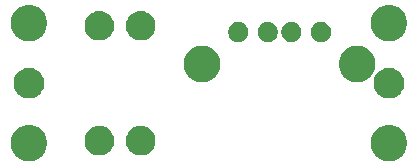
<source format=gbr>
G04 #@! TF.GenerationSoftware,KiCad,Pcbnew,5.1.5-52549c5~86~ubuntu18.04.1*
G04 #@! TF.CreationDate,2020-09-24T16:46:45-05:00*
G04 #@! TF.ProjectId,C09,4330392e-6b69-4636-9164-5f7063625858,rev?*
G04 #@! TF.SameCoordinates,Original*
G04 #@! TF.FileFunction,Soldermask,Bot*
G04 #@! TF.FilePolarity,Negative*
%FSLAX46Y46*%
G04 Gerber Fmt 4.6, Leading zero omitted, Abs format (unit mm)*
G04 Created by KiCad (PCBNEW 5.1.5-52549c5~86~ubuntu18.04.1) date 2020-09-24 16:46:45*
%MOMM*%
%LPD*%
G04 APERTURE LIST*
%ADD10C,0.100000*%
G04 APERTURE END LIST*
D10*
G36*
X24112585Y-32448802D02*
G01*
X24262410Y-32478604D01*
X24544674Y-32595521D01*
X24798705Y-32765259D01*
X25014741Y-32981295D01*
X25184479Y-33235326D01*
X25301396Y-33517590D01*
X25361000Y-33817240D01*
X25361000Y-34122760D01*
X25301396Y-34422410D01*
X25184479Y-34704674D01*
X25014741Y-34958705D01*
X24798705Y-35174741D01*
X24544674Y-35344479D01*
X24262410Y-35461396D01*
X24112585Y-35491198D01*
X23962761Y-35521000D01*
X23657239Y-35521000D01*
X23507415Y-35491198D01*
X23357590Y-35461396D01*
X23075326Y-35344479D01*
X22821295Y-35174741D01*
X22605259Y-34958705D01*
X22435521Y-34704674D01*
X22318604Y-34422410D01*
X22259000Y-34122760D01*
X22259000Y-33817240D01*
X22318604Y-33517590D01*
X22435521Y-33235326D01*
X22605259Y-32981295D01*
X22821295Y-32765259D01*
X23075326Y-32595521D01*
X23357590Y-32478604D01*
X23507415Y-32448802D01*
X23657239Y-32419000D01*
X23962761Y-32419000D01*
X24112585Y-32448802D01*
G37*
G36*
X54592585Y-32448802D02*
G01*
X54742410Y-32478604D01*
X55024674Y-32595521D01*
X55278705Y-32765259D01*
X55494741Y-32981295D01*
X55664479Y-33235326D01*
X55781396Y-33517590D01*
X55841000Y-33817240D01*
X55841000Y-34122760D01*
X55781396Y-34422410D01*
X55664479Y-34704674D01*
X55494741Y-34958705D01*
X55278705Y-35174741D01*
X55024674Y-35344479D01*
X54742410Y-35461396D01*
X54592585Y-35491198D01*
X54442761Y-35521000D01*
X54137239Y-35521000D01*
X53987415Y-35491198D01*
X53837590Y-35461396D01*
X53555326Y-35344479D01*
X53301295Y-35174741D01*
X53085259Y-34958705D01*
X52915521Y-34704674D01*
X52798604Y-34422410D01*
X52739000Y-34122760D01*
X52739000Y-33817240D01*
X52798604Y-33517590D01*
X52915521Y-33235326D01*
X53085259Y-32981295D01*
X53301295Y-32765259D01*
X53555326Y-32595521D01*
X53837590Y-32478604D01*
X53987415Y-32448802D01*
X54137239Y-32419000D01*
X54442761Y-32419000D01*
X54592585Y-32448802D01*
G37*
G36*
X33638903Y-32548675D02*
G01*
X33752000Y-32595521D01*
X33866571Y-32642978D01*
X34071466Y-32779885D01*
X34245715Y-32954134D01*
X34382622Y-33159029D01*
X34476925Y-33386697D01*
X34525000Y-33628387D01*
X34525000Y-33874813D01*
X34476925Y-34116503D01*
X34382622Y-34344171D01*
X34245715Y-34549066D01*
X34071466Y-34723315D01*
X33866571Y-34860222D01*
X33866570Y-34860223D01*
X33866569Y-34860223D01*
X33638903Y-34954525D01*
X33397214Y-35002600D01*
X33150786Y-35002600D01*
X32909097Y-34954525D01*
X32681431Y-34860223D01*
X32681430Y-34860223D01*
X32681429Y-34860222D01*
X32476534Y-34723315D01*
X32302285Y-34549066D01*
X32165378Y-34344171D01*
X32071075Y-34116503D01*
X32023000Y-33874813D01*
X32023000Y-33628387D01*
X32071075Y-33386697D01*
X32165378Y-33159029D01*
X32302285Y-32954134D01*
X32476534Y-32779885D01*
X32681429Y-32642978D01*
X32796001Y-32595521D01*
X32909097Y-32548675D01*
X33150786Y-32500600D01*
X33397214Y-32500600D01*
X33638903Y-32548675D01*
G37*
G36*
X30138903Y-32548675D02*
G01*
X30252000Y-32595521D01*
X30366571Y-32642978D01*
X30571466Y-32779885D01*
X30745715Y-32954134D01*
X30882622Y-33159029D01*
X30976925Y-33386697D01*
X31025000Y-33628387D01*
X31025000Y-33874813D01*
X30976925Y-34116503D01*
X30882622Y-34344171D01*
X30745715Y-34549066D01*
X30571466Y-34723315D01*
X30366571Y-34860222D01*
X30366570Y-34860223D01*
X30366569Y-34860223D01*
X30138903Y-34954525D01*
X29897214Y-35002600D01*
X29650786Y-35002600D01*
X29409097Y-34954525D01*
X29181431Y-34860223D01*
X29181430Y-34860223D01*
X29181429Y-34860222D01*
X28976534Y-34723315D01*
X28802285Y-34549066D01*
X28665378Y-34344171D01*
X28571075Y-34116503D01*
X28523000Y-33874813D01*
X28523000Y-33628387D01*
X28571075Y-33386697D01*
X28665378Y-33159029D01*
X28802285Y-32954134D01*
X28976534Y-32779885D01*
X29181429Y-32642978D01*
X29296001Y-32595521D01*
X29409097Y-32548675D01*
X29650786Y-32500600D01*
X29897214Y-32500600D01*
X30138903Y-32548675D01*
G37*
G36*
X54669393Y-27639304D02*
G01*
X54906101Y-27737352D01*
X54906103Y-27737353D01*
X55119135Y-27879696D01*
X55300304Y-28060865D01*
X55442647Y-28273897D01*
X55442648Y-28273899D01*
X55540696Y-28510607D01*
X55590680Y-28761893D01*
X55590680Y-29018107D01*
X55540696Y-29269393D01*
X55442648Y-29506101D01*
X55442647Y-29506103D01*
X55300304Y-29719135D01*
X55119135Y-29900304D01*
X54906103Y-30042647D01*
X54906102Y-30042648D01*
X54906101Y-30042648D01*
X54669393Y-30140696D01*
X54418107Y-30190680D01*
X54161893Y-30190680D01*
X53910607Y-30140696D01*
X53673899Y-30042648D01*
X53673898Y-30042648D01*
X53673897Y-30042647D01*
X53460865Y-29900304D01*
X53279696Y-29719135D01*
X53137353Y-29506103D01*
X53137352Y-29506101D01*
X53039304Y-29269393D01*
X52989320Y-29018107D01*
X52989320Y-28761893D01*
X53039304Y-28510607D01*
X53137352Y-28273899D01*
X53137353Y-28273897D01*
X53279696Y-28060865D01*
X53460865Y-27879696D01*
X53673897Y-27737353D01*
X53673899Y-27737352D01*
X53910607Y-27639304D01*
X54161893Y-27589320D01*
X54418107Y-27589320D01*
X54669393Y-27639304D01*
G37*
G36*
X24189393Y-27639304D02*
G01*
X24426101Y-27737352D01*
X24426103Y-27737353D01*
X24639135Y-27879696D01*
X24820304Y-28060865D01*
X24962647Y-28273897D01*
X24962648Y-28273899D01*
X25060696Y-28510607D01*
X25110680Y-28761893D01*
X25110680Y-29018107D01*
X25060696Y-29269393D01*
X24962648Y-29506101D01*
X24962647Y-29506103D01*
X24820304Y-29719135D01*
X24639135Y-29900304D01*
X24426103Y-30042647D01*
X24426102Y-30042648D01*
X24426101Y-30042648D01*
X24189393Y-30140696D01*
X23938107Y-30190680D01*
X23681893Y-30190680D01*
X23430607Y-30140696D01*
X23193899Y-30042648D01*
X23193898Y-30042648D01*
X23193897Y-30042647D01*
X22980865Y-29900304D01*
X22799696Y-29719135D01*
X22657353Y-29506103D01*
X22657352Y-29506101D01*
X22559304Y-29269393D01*
X22509320Y-29018107D01*
X22509320Y-28761893D01*
X22559304Y-28510607D01*
X22657352Y-28273899D01*
X22657353Y-28273897D01*
X22799696Y-28060865D01*
X22980865Y-27879696D01*
X23193897Y-27737353D01*
X23193899Y-27737352D01*
X23430607Y-27639304D01*
X23681893Y-27589320D01*
X23938107Y-27589320D01*
X24189393Y-27639304D01*
G37*
G36*
X51906385Y-25750602D02*
G01*
X52056210Y-25780404D01*
X52338474Y-25897321D01*
X52592505Y-26067059D01*
X52808541Y-26283095D01*
X52978279Y-26537126D01*
X53095196Y-26819390D01*
X53154800Y-27119040D01*
X53154800Y-27424560D01*
X53095196Y-27724210D01*
X52978279Y-28006474D01*
X52808541Y-28260505D01*
X52592505Y-28476541D01*
X52338474Y-28646279D01*
X52056210Y-28763196D01*
X51906385Y-28792998D01*
X51756561Y-28822800D01*
X51451039Y-28822800D01*
X51301215Y-28792998D01*
X51151390Y-28763196D01*
X50869126Y-28646279D01*
X50615095Y-28476541D01*
X50399059Y-28260505D01*
X50229321Y-28006474D01*
X50112404Y-27724210D01*
X50052800Y-27424560D01*
X50052800Y-27119040D01*
X50112404Y-26819390D01*
X50229321Y-26537126D01*
X50399059Y-26283095D01*
X50615095Y-26067059D01*
X50869126Y-25897321D01*
X51151390Y-25780404D01*
X51301215Y-25750602D01*
X51451039Y-25720800D01*
X51756561Y-25720800D01*
X51906385Y-25750602D01*
G37*
G36*
X38766385Y-25750602D02*
G01*
X38916210Y-25780404D01*
X39198474Y-25897321D01*
X39452505Y-26067059D01*
X39668541Y-26283095D01*
X39838279Y-26537126D01*
X39955196Y-26819390D01*
X40014800Y-27119040D01*
X40014800Y-27424560D01*
X39955196Y-27724210D01*
X39838279Y-28006474D01*
X39668541Y-28260505D01*
X39452505Y-28476541D01*
X39198474Y-28646279D01*
X38916210Y-28763196D01*
X38766385Y-28792998D01*
X38616561Y-28822800D01*
X38311039Y-28822800D01*
X38161215Y-28792998D01*
X38011390Y-28763196D01*
X37729126Y-28646279D01*
X37475095Y-28476541D01*
X37259059Y-28260505D01*
X37089321Y-28006474D01*
X36972404Y-27724210D01*
X36912800Y-27424560D01*
X36912800Y-27119040D01*
X36972404Y-26819390D01*
X37089321Y-26537126D01*
X37259059Y-26283095D01*
X37475095Y-26067059D01*
X37729126Y-25897321D01*
X38011390Y-25780404D01*
X38161215Y-25750602D01*
X38311039Y-25720800D01*
X38616561Y-25720800D01*
X38766385Y-25750602D01*
G37*
G36*
X41782028Y-23743503D02*
G01*
X41936900Y-23807653D01*
X42076281Y-23900785D01*
X42194815Y-24019319D01*
X42287947Y-24158700D01*
X42352097Y-24313572D01*
X42384800Y-24477984D01*
X42384800Y-24645616D01*
X42352097Y-24810028D01*
X42287947Y-24964900D01*
X42194815Y-25104281D01*
X42076281Y-25222815D01*
X41936900Y-25315947D01*
X41782028Y-25380097D01*
X41617616Y-25412800D01*
X41449984Y-25412800D01*
X41285572Y-25380097D01*
X41130700Y-25315947D01*
X40991319Y-25222815D01*
X40872785Y-25104281D01*
X40779653Y-24964900D01*
X40715503Y-24810028D01*
X40682800Y-24645616D01*
X40682800Y-24477984D01*
X40715503Y-24313572D01*
X40779653Y-24158700D01*
X40872785Y-24019319D01*
X40991319Y-23900785D01*
X41130700Y-23807653D01*
X41285572Y-23743503D01*
X41449984Y-23710800D01*
X41617616Y-23710800D01*
X41782028Y-23743503D01*
G37*
G36*
X44282028Y-23743503D02*
G01*
X44436900Y-23807653D01*
X44576281Y-23900785D01*
X44694815Y-24019319D01*
X44787947Y-24158700D01*
X44852097Y-24313572D01*
X44884800Y-24477984D01*
X44884800Y-24645616D01*
X44852097Y-24810028D01*
X44787947Y-24964900D01*
X44694815Y-25104281D01*
X44576281Y-25222815D01*
X44436900Y-25315947D01*
X44282028Y-25380097D01*
X44117616Y-25412800D01*
X43949984Y-25412800D01*
X43785572Y-25380097D01*
X43630700Y-25315947D01*
X43491319Y-25222815D01*
X43372785Y-25104281D01*
X43279653Y-24964900D01*
X43215503Y-24810028D01*
X43182800Y-24645616D01*
X43182800Y-24477984D01*
X43215503Y-24313572D01*
X43279653Y-24158700D01*
X43372785Y-24019319D01*
X43491319Y-23900785D01*
X43630700Y-23807653D01*
X43785572Y-23743503D01*
X43949984Y-23710800D01*
X44117616Y-23710800D01*
X44282028Y-23743503D01*
G37*
G36*
X46282028Y-23743503D02*
G01*
X46436900Y-23807653D01*
X46576281Y-23900785D01*
X46694815Y-24019319D01*
X46787947Y-24158700D01*
X46852097Y-24313572D01*
X46884800Y-24477984D01*
X46884800Y-24645616D01*
X46852097Y-24810028D01*
X46787947Y-24964900D01*
X46694815Y-25104281D01*
X46576281Y-25222815D01*
X46436900Y-25315947D01*
X46282028Y-25380097D01*
X46117616Y-25412800D01*
X45949984Y-25412800D01*
X45785572Y-25380097D01*
X45630700Y-25315947D01*
X45491319Y-25222815D01*
X45372785Y-25104281D01*
X45279653Y-24964900D01*
X45215503Y-24810028D01*
X45182800Y-24645616D01*
X45182800Y-24477984D01*
X45215503Y-24313572D01*
X45279653Y-24158700D01*
X45372785Y-24019319D01*
X45491319Y-23900785D01*
X45630700Y-23807653D01*
X45785572Y-23743503D01*
X45949984Y-23710800D01*
X46117616Y-23710800D01*
X46282028Y-23743503D01*
G37*
G36*
X48782028Y-23743503D02*
G01*
X48936900Y-23807653D01*
X49076281Y-23900785D01*
X49194815Y-24019319D01*
X49287947Y-24158700D01*
X49352097Y-24313572D01*
X49384800Y-24477984D01*
X49384800Y-24645616D01*
X49352097Y-24810028D01*
X49287947Y-24964900D01*
X49194815Y-25104281D01*
X49076281Y-25222815D01*
X48936900Y-25315947D01*
X48782028Y-25380097D01*
X48617616Y-25412800D01*
X48449984Y-25412800D01*
X48285572Y-25380097D01*
X48130700Y-25315947D01*
X47991319Y-25222815D01*
X47872785Y-25104281D01*
X47779653Y-24964900D01*
X47715503Y-24810028D01*
X47682800Y-24645616D01*
X47682800Y-24477984D01*
X47715503Y-24313572D01*
X47779653Y-24158700D01*
X47872785Y-24019319D01*
X47991319Y-23900785D01*
X48130700Y-23807653D01*
X48285572Y-23743503D01*
X48449984Y-23710800D01*
X48617616Y-23710800D01*
X48782028Y-23743503D01*
G37*
G36*
X54592585Y-22288802D02*
G01*
X54742410Y-22318604D01*
X55024674Y-22435521D01*
X55278705Y-22605259D01*
X55494741Y-22821295D01*
X55664479Y-23075326D01*
X55781396Y-23357590D01*
X55841000Y-23657240D01*
X55841000Y-23962760D01*
X55781396Y-24262410D01*
X55664479Y-24544674D01*
X55494741Y-24798705D01*
X55278705Y-25014741D01*
X55024674Y-25184479D01*
X54742410Y-25301396D01*
X54669257Y-25315947D01*
X54442761Y-25361000D01*
X54137239Y-25361000D01*
X53910743Y-25315947D01*
X53837590Y-25301396D01*
X53555326Y-25184479D01*
X53301295Y-25014741D01*
X53085259Y-24798705D01*
X52915521Y-24544674D01*
X52798604Y-24262410D01*
X52739000Y-23962760D01*
X52739000Y-23657240D01*
X52798604Y-23357590D01*
X52915521Y-23075326D01*
X53085259Y-22821295D01*
X53301295Y-22605259D01*
X53555326Y-22435521D01*
X53837590Y-22318604D01*
X53987415Y-22288802D01*
X54137239Y-22259000D01*
X54442761Y-22259000D01*
X54592585Y-22288802D01*
G37*
G36*
X24112585Y-22288802D02*
G01*
X24262410Y-22318604D01*
X24544674Y-22435521D01*
X24798705Y-22605259D01*
X25014741Y-22821295D01*
X25184479Y-23075326D01*
X25301396Y-23357590D01*
X25361000Y-23657240D01*
X25361000Y-23962760D01*
X25301396Y-24262410D01*
X25184479Y-24544674D01*
X25014741Y-24798705D01*
X24798705Y-25014741D01*
X24544674Y-25184479D01*
X24262410Y-25301396D01*
X24189257Y-25315947D01*
X23962761Y-25361000D01*
X23657239Y-25361000D01*
X23430743Y-25315947D01*
X23357590Y-25301396D01*
X23075326Y-25184479D01*
X22821295Y-25014741D01*
X22605259Y-24798705D01*
X22435521Y-24544674D01*
X22318604Y-24262410D01*
X22259000Y-23962760D01*
X22259000Y-23657240D01*
X22318604Y-23357590D01*
X22435521Y-23075326D01*
X22605259Y-22821295D01*
X22821295Y-22605259D01*
X23075326Y-22435521D01*
X23357590Y-22318604D01*
X23507415Y-22288802D01*
X23657239Y-22259000D01*
X23962761Y-22259000D01*
X24112585Y-22288802D01*
G37*
G36*
X33617889Y-22821295D02*
G01*
X33638903Y-22825475D01*
X33866571Y-22919778D01*
X34071466Y-23056685D01*
X34245715Y-23230934D01*
X34382622Y-23435829D01*
X34382623Y-23435831D01*
X34476925Y-23663497D01*
X34525000Y-23905186D01*
X34525000Y-24151614D01*
X34476925Y-24393303D01*
X34382622Y-24620971D01*
X34245715Y-24825866D01*
X34071466Y-25000115D01*
X33866571Y-25137022D01*
X33866570Y-25137023D01*
X33866569Y-25137023D01*
X33638903Y-25231325D01*
X33397214Y-25279400D01*
X33150786Y-25279400D01*
X32909097Y-25231325D01*
X32681431Y-25137023D01*
X32681430Y-25137023D01*
X32681429Y-25137022D01*
X32476534Y-25000115D01*
X32302285Y-24825866D01*
X32165378Y-24620971D01*
X32071075Y-24393303D01*
X32023000Y-24151614D01*
X32023000Y-23905186D01*
X32071075Y-23663497D01*
X32165377Y-23435831D01*
X32165378Y-23435829D01*
X32302285Y-23230934D01*
X32476534Y-23056685D01*
X32681429Y-22919778D01*
X32909097Y-22825475D01*
X32930111Y-22821295D01*
X33150786Y-22777400D01*
X33397214Y-22777400D01*
X33617889Y-22821295D01*
G37*
G36*
X30117889Y-22821295D02*
G01*
X30138903Y-22825475D01*
X30366571Y-22919778D01*
X30571466Y-23056685D01*
X30745715Y-23230934D01*
X30882622Y-23435829D01*
X30882623Y-23435831D01*
X30976925Y-23663497D01*
X31025000Y-23905186D01*
X31025000Y-24151614D01*
X30976925Y-24393303D01*
X30882622Y-24620971D01*
X30745715Y-24825866D01*
X30571466Y-25000115D01*
X30366571Y-25137022D01*
X30366570Y-25137023D01*
X30366569Y-25137023D01*
X30138903Y-25231325D01*
X29897214Y-25279400D01*
X29650786Y-25279400D01*
X29409097Y-25231325D01*
X29181431Y-25137023D01*
X29181430Y-25137023D01*
X29181429Y-25137022D01*
X28976534Y-25000115D01*
X28802285Y-24825866D01*
X28665378Y-24620971D01*
X28571075Y-24393303D01*
X28523000Y-24151614D01*
X28523000Y-23905186D01*
X28571075Y-23663497D01*
X28665377Y-23435831D01*
X28665378Y-23435829D01*
X28802285Y-23230934D01*
X28976534Y-23056685D01*
X29181429Y-22919778D01*
X29409097Y-22825475D01*
X29430111Y-22821295D01*
X29650786Y-22777400D01*
X29897214Y-22777400D01*
X30117889Y-22821295D01*
G37*
M02*

</source>
